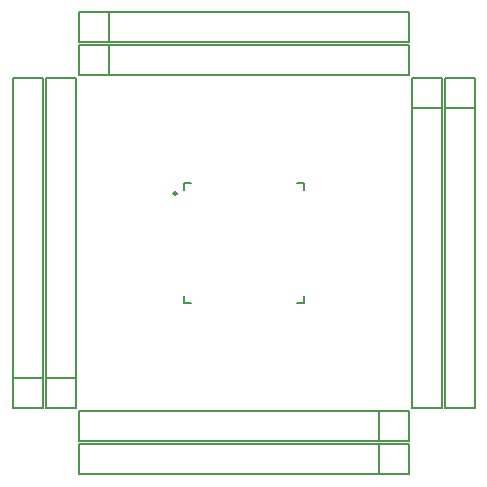
<source format=gto>
G04 Layer: TopSilkscreenLayer*
G04 EasyEDA v6.5.23, 2023-09-13 20:10:37*
G04 8cb85547c76b4b6bafe6db91d84ccfe4,770f52a9c06342aeb7d9f723a0e8078a,10*
G04 Gerber Generator version 0.2*
G04 Scale: 100 percent, Rotated: No, Reflected: No *
G04 Dimensions in millimeters *
G04 leading zeros omitted , absolute positions ,4 integer and 5 decimal *
%FSLAX45Y45*%
%MOMM*%

%ADD10C,0.2032*%
%ADD11C,0.2030*%
%ADD12C,0.1524*%
%ADD13C,0.2400*%

%LPD*%
D10*
X266700Y-762000D02*
G01*
X266700Y-571500D01*
X12700Y-571500D01*
X12700Y-3111500D01*
X266700Y-3111500D01*
D11*
X266700Y-3111500D02*
G01*
X266700Y-762000D01*
D10*
X546100Y-762000D02*
G01*
X546100Y-571500D01*
X292100Y-571500D01*
X292100Y-3111500D01*
X546100Y-3111500D01*
D11*
X546100Y-3111500D02*
G01*
X546100Y-762000D01*
D10*
X825500Y-266700D02*
G01*
X571500Y-266700D01*
X571500Y-12700D01*
X825500Y-12700D01*
X825500Y-203200D01*
D11*
X825500Y-266700D02*
G01*
X825500Y-203200D01*
D10*
X825500Y-546100D02*
G01*
X571500Y-546100D01*
X571500Y-292100D01*
X825500Y-292100D01*
X825500Y-482600D01*
D11*
X825500Y-546100D02*
G01*
X825500Y-482600D01*
D12*
X2418750Y-1460880D02*
G01*
X2476118Y-1460880D01*
X2476118Y-1518249D01*
X2418750Y-2476119D02*
G01*
X2476118Y-2476119D01*
X2476118Y-2418750D01*
X1518249Y-1460880D02*
G01*
X1460880Y-1460880D01*
X1460880Y-1518249D01*
X1518249Y-2476119D02*
G01*
X1460880Y-2476119D01*
X1460880Y-2418750D01*
D10*
X266700Y-3365500D02*
G01*
X12700Y-3365500D01*
X12700Y-3111500D01*
X266700Y-3111500D01*
X266700Y-3302000D01*
D11*
X266700Y-3365500D02*
G01*
X266700Y-3302000D01*
D10*
X546100Y-3365500D02*
G01*
X292100Y-3365500D01*
X292100Y-3111500D01*
X546100Y-3111500D01*
X546100Y-3302000D01*
D11*
X546100Y-3365500D02*
G01*
X546100Y-3302000D01*
D10*
X762000Y-3670300D02*
G01*
X571500Y-3670300D01*
X571500Y-3924300D01*
X3111500Y-3924300D01*
X3111500Y-3670300D01*
D11*
X3111500Y-3670300D02*
G01*
X762000Y-3670300D01*
D10*
X762000Y-3390900D02*
G01*
X571500Y-3390900D01*
X571500Y-3644900D01*
X3111500Y-3644900D01*
X3111500Y-3390900D01*
D11*
X3111500Y-3390900D02*
G01*
X762000Y-3390900D01*
D10*
X3365500Y-3924300D02*
G01*
X3111500Y-3924300D01*
X3111500Y-3670300D01*
X3365500Y-3670300D01*
X3365500Y-3860800D01*
D11*
X3365500Y-3924300D02*
G01*
X3365500Y-3860800D01*
D10*
X3365500Y-3644900D02*
G01*
X3111500Y-3644900D01*
X3111500Y-3390900D01*
X3365500Y-3390900D01*
X3365500Y-3581400D01*
D11*
X3365500Y-3644900D02*
G01*
X3365500Y-3581400D01*
D10*
X3670300Y-3175000D02*
G01*
X3670300Y-3365500D01*
X3924300Y-3365500D01*
X3924300Y-825500D01*
X3670300Y-825500D01*
D11*
X3670300Y-825500D02*
G01*
X3670300Y-3175000D01*
D10*
X3390900Y-3175000D02*
G01*
X3390900Y-3365500D01*
X3644900Y-3365500D01*
X3644900Y-825500D01*
X3390900Y-825500D01*
D11*
X3390900Y-825500D02*
G01*
X3390900Y-3175000D01*
D10*
X3924300Y-825500D02*
G01*
X3670300Y-825500D01*
X3670300Y-571500D01*
X3924300Y-571500D01*
X3924300Y-762000D01*
D11*
X3924300Y-825500D02*
G01*
X3924300Y-762000D01*
D10*
X3644900Y-825500D02*
G01*
X3390900Y-825500D01*
X3390900Y-571500D01*
X3644900Y-571500D01*
X3644900Y-762000D01*
D11*
X3644900Y-825500D02*
G01*
X3644900Y-762000D01*
D10*
X3175000Y-266700D02*
G01*
X3365500Y-266700D01*
X3365500Y-12700D01*
X825500Y-12700D01*
X825500Y-266700D01*
D11*
X825500Y-266700D02*
G01*
X3175000Y-266700D01*
D10*
X3175000Y-546100D02*
G01*
X3365500Y-546100D01*
X3365500Y-292100D01*
X825500Y-292100D01*
X825500Y-546100D01*
D11*
X825500Y-546100D02*
G01*
X3175000Y-546100D01*
D13*
G75*
G01
X1399489Y-1548511D02*
G03X1399489Y-1548511I-11989J0D01*
M02*

</source>
